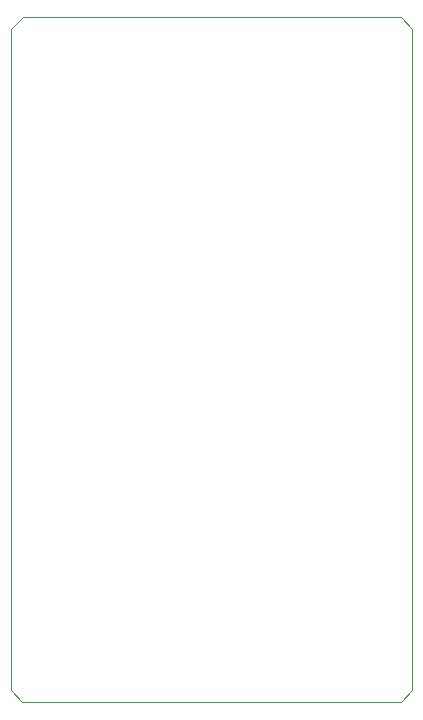
<source format=gbr>
%TF.GenerationSoftware,KiCad,Pcbnew,8.0.5*%
%TF.CreationDate,2024-11-12T16:02:30-04:00*%
%TF.ProjectId,RAMAUXB_V2_Github,52414d41-5558-4425-9f56-325f47697468,rev?*%
%TF.SameCoordinates,Original*%
%TF.FileFunction,Profile,NP*%
%FSLAX46Y46*%
G04 Gerber Fmt 4.6, Leading zero omitted, Abs format (unit mm)*
G04 Created by KiCad (PCBNEW 8.0.5) date 2024-11-12 16:02:30*
%MOMM*%
%LPD*%
G01*
G04 APERTURE LIST*
%TA.AperFunction,Profile*%
%ADD10C,0.100000*%
%TD*%
G04 APERTURE END LIST*
D10*
X110000000Y-88030000D02*
X78000000Y-88030000D01*
X111000000Y-89030000D02*
X111000000Y-145040000D01*
X77990000Y-146040000D02*
X78000000Y-146040000D01*
X111000000Y-145040000D02*
X110000000Y-146040000D01*
X76990000Y-145040000D02*
X77990000Y-146040000D01*
X78000000Y-88030000D02*
X77000000Y-89030000D01*
X76990000Y-89030000D02*
X76990000Y-145040000D01*
X77000000Y-89030000D02*
X76990000Y-89030000D01*
X110000000Y-88030000D02*
X111000000Y-89030000D01*
X110000000Y-146040000D02*
X78000000Y-146040000D01*
M02*

</source>
